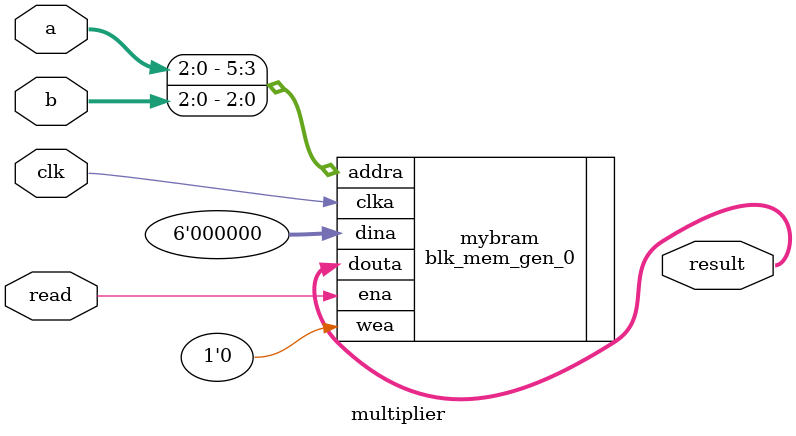
<source format=v>

`timescale 1ns/100ps
module multiplier(input clk, input [2:0] a, input [2:0] b, input read, output wire [5:0] result);

// . instance port ( module assignment ) is notation

blk_mem_gen_0 mybram (
  .clka(clk),    // input wire clka
  .ena(read),      // input wire ena
  .wea(1'b0),      // input wire [0 : 0] wea
  .addra({a,b}),  // input wire [5 : 0] addra
  .dina(6'b0),    // input wire [5 : 0] dina
  .douta(result)  // output wire [5 : 0] douta
);

endmodule

</source>
